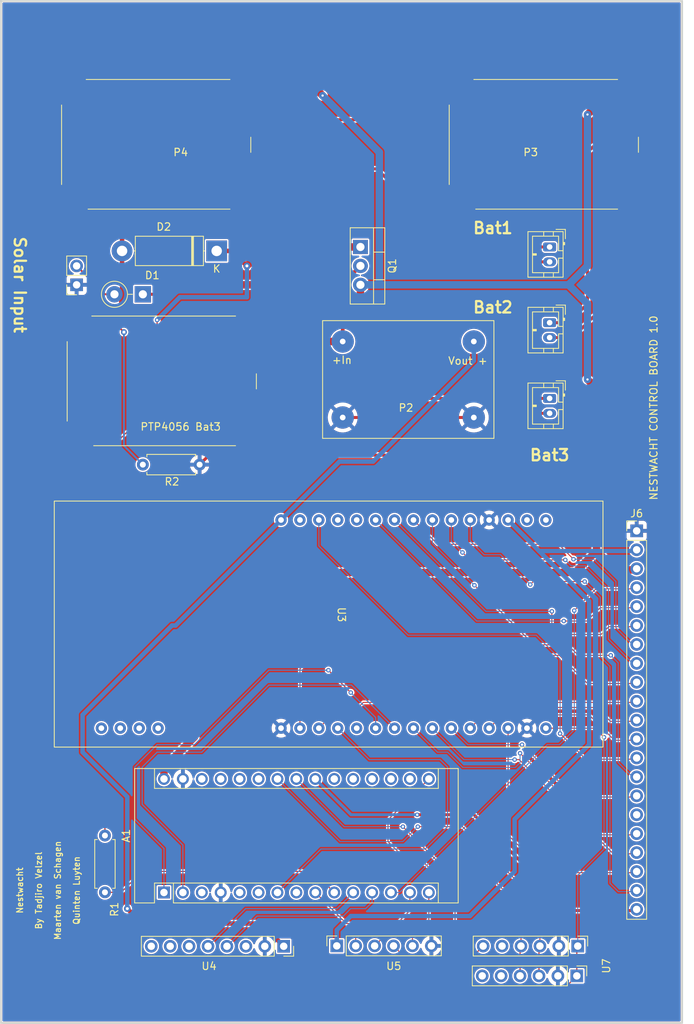
<source format=kicad_pcb>
(kicad_pcb (version 20211014) (generator pcbnew)
  (layers (0 "F.Cu" signal "Front") (31 "B.Cu" signal "Back") (34 "B.Paste" user) (35 "F.Paste" user) (36 "B.SilkS" user "B.Silkscreen") (37 "F.SilkS" user "F.Silkscreen") (38 "B.Mask" user) (39 "F.Mask" user) (44 "Edge.Cuts" user))
  (net 0 "")
  (net 1 "Net-(D1-Pad2)")
  (net 2 "Net-(D1-Pad1)")
  (net 3 "GND")
  (net 4 "/Sensors and microcontrollers/TX_ARD")
  (net 5 "/Sensors and microcontrollers/RX_ARD")
  (net 9 "/Sensors and microcontrollers/INT_OUT_ARD")
  (net 11 "/Sensors and microcontrollers/CS_SD")
  (net 12 "/Sensors and microcontrollers/BOOST")
  (net 13 "/Sensors and microcontrollers/TX_PMS")
  (net 14 "/Sensors and microcontrollers/RX_PMS")
  (net 15 "/Sensors and microcontrollers/LED_EN")
  (net 16 "/Sensors and microcontrollers/MOSI")
  (net 17 "/Sensors and microcontrollers/MISO")
  (net 18 "/Sensors and microcontrollers/CLK")
  (net 24 "/Sensors and microcontrollers/SDA")
  (net 25 "/Sensors and microcontrollers/SCL")
  (net 30 "+5V")
  (net 31 "/Sensors and microcontrollers/Y4_CAM")
  (net 32 "/Sensors and microcontrollers/Y3_CAM")
  (net 33 "/Sensors and microcontrollers/Y5_CAM")
  (net 34 "/Sensors and microcontrollers/Y2_CAM")
  (net 35 "/Sensors and microcontrollers/Y6_CAM")
  (net 36 "/Sensors and microcontrollers/PCLK_CAM")
  (net 37 "/Sensors and microcontrollers/Y7_CAM")
  (net 38 "/Sensors and microcontrollers/Y8_CAM")
  (net 39 "/Sensors and microcontrollers/XCLK_CAM")
  (net 40 "/Sensors and microcontrollers/Y9_CAM")
  (net 41 "/Sensors and microcontrollers/HREF_CAM")
  (net 42 "/Sensors and microcontrollers/PWDN_CAM")
  (net 43 "/Sensors and microcontrollers/VSYNC_CAM")
  (net 44 "/Sensors and microcontrollers/SOIC_CAM")
  (net 45 "/Sensors and microcontrollers/SIOD_CAM")
  (net 46 "Net-(D2-Pad1)")
  (net 53 "/Sensors and microcontrollers/Motion_out")
  (net 56 "Net-(U3-Pad16)")
  (net 65 "/Power Supply/Vbat")
  (net 66 "+3V3")
  (net 67 "/Sensors and microcontrollers/CAM_RST")
  (net 68 "Net-(JBatt1-Pad1)")
  (net 69 "Net-(JBatt1-Pad2)")
  (net 70 "Net-(JBatt3-Pad1)")
  (net 71 "Net-(JBatt3-Pad2)")
  (net 73 "Net-(JBattery2-Pad1)")
  (net 74 "Net-(JBattery2-Pad2)")
  (footprint "Connector_PinSocket_2.54mm:PinSocket_1x02_P2.54mm_Vertical" (layer "F.Cu") (at 76.2 81.28 180)
    (fp_text reference "JSolar1" hide)
    (fp_text value "Conn_01x02_Female")
  )
  (footprint "Diode_THT:D_DO-41_SOD81_P3.81mm_Vertical_KathodeUp" (layer "F.Cu") (at 85.09 82.55 180)
    (fp_text reference "D1")
    (fp_text value "D_Schottky")
  )
  (footprint "components:TP4056breakout" (layer "F.Cu") (at 74.93 102.87)
    (fp_text reference "PTP4056 Bat3")
    (fp_text value "TP4056breakout")
  )
  (footprint "Components:GenericBoostConverter" (layer "F.Cu") (at 109.22 101.885)
    (fp_text reference "P2")
    (fp_text value "GenericBoostConverter")
  )
  (footprint "Resistor_THT:R_Axial_DIN0207_L6.3mm_D2.5mm_P7.62mm_Horizontal" (layer "F.Cu") (at 85.09 105.41)
    (fp_text reference "R2")
    (fp_text value "100k")
  )
  (footprint "Connector_JST:JST_PH_B2B-PH-K_1x02_P2.00mm_Vertical" (layer "F.Cu") (at 139.7 96.52 -90)
    (fp_text reference "JBatt3" hide)
    (fp_text value "Batt1")
  )
  (footprint "Package_TO_SOT_THT:TO-220-3_Vertical" (layer "F.Cu") (at 114.3 76.2 -90)
    (fp_text reference "Q1")
    (fp_text value "Q_PMOS_GSD")
  )
  (footprint "Connector_PinHeader_2.54mm:PinHeader_1x06_P2.54mm_Vertical" (layer "F.Cu") (at 143.35 174.025 -90)
    (fp_text reference "U6" hide)
    (fp_text value "BME280Breakout")
  )
  (footprint "Resistor_THT:R_Axial_DIN0207_L6.3mm_D2.5mm_P7.62mm_Horizontal" (layer "F.Cu") (at 80 162.81 90)
    (fp_text reference "R1")
    (fp_text value "-")
  )
  (footprint "Diode_THT:D_5W_P12.70mm_Horizontal" (layer "F.Cu") (at 95 76.73 180)
    (fp_text reference "D2")
    (fp_text value "D")
  )
  (footprint "Connector_PinSocket_2.54mm:PinSocket_1x08_P2.54mm_Vertical" (layer "F.Cu") (at 104 170.05 -90)
    (fp_text reference "U4")
    (fp_text value "PMS5003")
  )
  (footprint "Connector_JST:JST_PH_B2B-PH-K_1x02_P2.00mm_Vertical" (layer "F.Cu") (at 139.7 76.2 -90)
    (fp_text reference "JBattery2" hide)
    (fp_text value "JBatt2")
  )
  (footprint "Module:Arduino_Nano" (layer "F.Cu") (at 87.925 162.835 90)
    (fp_text reference "A1")
    (fp_text value "Arduino_Nano_v3.x")
  )
  (footprint "components:TP4056breakout" (layer "F.Cu") (at 74.18 71.12)
    (fp_text reference "P4")
    (fp_text value "TP4056breakout")
  )
  (footprint "Connector_PinHeader_2.54mm:PinHeader_1x21_P2.54mm_Vertical" (layer "F.Cu") (at 151.384 114.3)
    (fp_text reference "J6")
    (fp_text value "Conn_01x21_Female")
  )
  (footprint "Connector_PinHeader_2.54mm:PinHeader_1x06_P2.54mm_Vertical" (layer "F.Cu") (at 143.475 170.025 -90)
    (fp_text reference "U7")
    (fp_text value "BME280Breakout")
  )
  (footprint "Connector_PinSocket_2.54mm:PinSocket_1x06_P2.54mm_Vertical" (layer "F.Cu") (at 111.125 170 90)
    (fp_text reference "U5")
    (fp_text value "SD-card-reader")
  )
  (footprint "components:TP4056breakout" (layer "F.Cu") (at 126.22 71.12)
    (fp_text reference "P3")
    (fp_text value "TP4056breakout")
  )
  (footprint "components:Lilygo_T_PCIE" (layer "F.Cu") (at 113.84 125.54 -90)
    (fp_text reference "U3")
    (fp_text value "ESP32-LilyGo-T_PCIE")
  )
  (footprint "Connector_JST:JST_PH_B2B-PH-K_1x02_P2.00mm_Vertical" (layer "F.Cu") (at 139.7 86.36 -90)
    (fp_text reference "JBatt1" hide)
    (fp_text value "Batt3")
  )
  (gr_rect (start 66.04 43.18) (end 157.48 180.34) (layer "Edge.Cuts") (width 0.254) (fill none))
  (gr_text "By Tadjiro Velzel" (at 71.12 162.56 90) (layer "F.SilkS") (effects (font (size 0.8128 0.8128) (thickness 0.1524))))
  (gr_text "Bat3\n" (at 139.7 104.14) (layer "F.SilkS") (effects (font (size 1.524 1.524) (thickness 0.3048))))
  (gr_text "Nestwacht" (at 68.58 162.56 90) (layer "F.SilkS") (effects (font (size 0.8128 0.8128) (thickness 0.1524))))
  (gr_text "NESTWACHT CONTROL BOARD 1.0" (at 153.67 97.79 90) (layer "F.SilkS") (effects (font (size 1 1))))
  (gr_text "Maarten van Schagen\n" (at 73.66 162.56 90) (layer "F.SilkS") (effects (font (size 0.8128 0.8128) (thickness 0.1524))))
  (gr_text "Bat1" (at 132.08 73.66) (layer "F.SilkS") (effects (font (size 1.524 1.524) (thickness 0.3048))))
  (gr_text "Quinten Luyten\n" (at 76.2 162.56 90) (layer "F.SilkS") (effects (font (size 0.8128 0.8128) (thickness 0.1524))))
  (gr_text "Solar Input" (at 68.58 81.28 270) (layer "F.SilkS") (effects (font (size 1.524 1.524) (thickness 0.3048))))
  (gr_text "Bat2" (at 132.08 84.3) (layer "F.SilkS") (effects (font (size 1.524 1.524) (thickness 0.3048))))
  (segment (start 82.39 83.95) (end 82.39 82.55) (width 1) (layer "F.Cu") (net 1))
  (segment (start 80.63 85.71) (end 82.55 87.63) (width 0.25) (layer "F.Cu") (net 1))
  (segment (start 82.3 61.84) (end 75.18 54.72) (width 0.6) (layer "F.Cu") (net 1))
  (segment (start 82.3 76.73) (end 82.3 61.84) (width 0.6) (layer "F.Cu") (net 1))
  (segment (start 79.87 86.47) (end 80.63 85.71) (width 1) (layer "F.Cu") (net 1))
  (segment (start 123.3 50.8) (end 127.22 54.72) (width 0.6) (layer "F.Cu") (net 1))
  (segment (start 79.87 86.47) (end 75.93 86.47) (width 1) (layer "F.Cu") (net 1))
  (segment (start 82.3 61.84) (end 82.3 57.4) (width 0.6) (layer "F.Cu") (net 1))
  (segment (start 88.9 50.8) (end 123.3 50.8) (width 0.6) (layer "F.Cu") (net 1))
  (segment (start 82.39 82.55) (end 80.01 82.55) (width 0.25) (layer "F.Cu") (net 1))
  (segment (start 82.3 76.73) (end 82.3 82.46) (width 0.6) (layer "F.Cu") (net 1))
  (segment (start 82.3 57.4) (end 88.9 50.8) (width 0.6) (layer "F.Cu") (net 1))
  (segment (start 80.01 82.55) (end 76.2 78.74) (width 0.25) (layer "F.Cu") (net 1))
  (segment (start 80.63 85.71) (end 82.39 83.95) (width 1) (layer "F.Cu") (net 1))
  (via (at 82.55 87.63) (size 0.8) (drill 0.4) (layers "F.Cu" "B.Cu") (net 1))
  (segment (start 85.09 105.41) (end 83.82 104.14) (width 0.25) (layer "B.Cu") (net 1))
  (segment (start 82.55 102.87) (end 82.55 87.63) (width 0.25) (layer "B.Cu") (net 1))
  (segment (start 83.82 104.14) (end 82.55 102.87) (width 0.25) (layer "B.Cu") (net 1))
  (segment (start 109.205 88.885) (end 101.6 81.28) (width 1) (layer "F.Cu") (net 2))
  (segment (start 111.92 88.885) (end 109.205 88.885) (width 1) (layer "F.Cu") (net 2))
  (segment (start 101.6 81.28) (end 88.9 81.28) (width 1) (layer "F.Cu") (net 2))
  (segment (start 114.3 78.74) (end 111.92 81.12) (width 0.5) (layer "F.Cu") (net 2))
  (segment (start 111.92 81.12) (end 111.92 88.885) (width 0.5) (layer "F.Cu") (net 2))
  (segment (start 85.09 82.55) (end 87.63 82.55) (width 0.4) (layer "F.Cu") (net 2))
  (segment (start 87.63 82.55) (end 88.9 81.28) (width 0.4) (layer "F.Cu") (net 2))
  (segment (start 96.25 101.87) (end 92.71 105.41) (width 0.4) (layer "F.Cu") (net 3))
  (segment (start 73.66 81.28) (end 71.12 83.82) (width 0.4) (layer "F.Cu") (net 3))
  (segment (start 76.2 81.28) (end 73.66 81.28) (width 0.4) (layer "F.Cu") (net 3))
  (segment (start 100.03 101.87) (end 96.25 101.87) (width 0.4) (layer "F.Cu") (net 3))
  (segment (start 71.12 97.06) (end 75.93 101.87) (width 0.4) (layer "F.Cu") (net 3))
  (segment (start 71.12 83.82) (end 71.12 97.06) (width 0.4) (layer "F.Cu") (net 3))
  (segment (start 111.92 99.085) (end 129.52 99.085) (width 0.4) (layer "F.Cu") (net 3))
  (segment (start 73.66 81.28) (end 73.66 71.64) (width 0.4) (layer "F.Cu") (net 3))
  (segment (start 73.66 71.64) (end 75.18 70.12) (width 0.4) (layer "F.Cu") (net 3))
  (segment (start 105.595 105.41) (end 111.92 99.085) (width 0.4) (layer "B.Cu") (net 3))
  (segment (start 92.71 105.41) (end 105.595 105.41) (width 0.4) (layer "B.Cu") (net 3))
  (segment (start 110 133) (end 113 136) (width 0.15) (layer "F.Cu") (net 4))
  (via (at 110 133) (size 0.6) (drill 0.3) (layers "F.Cu" "B.Cu") (net 4))
  (via (at 113 136) (size 0.6) (drill 0.3) (layers "F.Cu" "B.Cu") (net 4))
  (segment (start 102 133) (end 110 133) (width 0.15) (layer "B.Cu") (net 4))
  (segment (start 113 136) (end 116.34 139.34) (width 0.15) (layer "B.Cu") (net 4))
  (segment (start 87 143) (end 91 143) (width 0.15) (layer "B.Cu") (net 4))
  (segment (start 84 146) (end 87 143) (width 0.15) (layer "B.Cu") (net 4))
  (segment (start 92 143) (end 102 133) (width 0.15) (layer "B.Cu") (net 4))
  (segment (start 116.34 139.34) (end 116.34 140.78) (width 0.15) (layer "B.Cu") (net 4))
  (segment (start 84 153) (end 84 146) (width 0.15) (layer "B.Cu") (net 4))
  (segment (start 87.925 162.835) (end 87.925 156.925) (width 0.15) (layer "B.Cu") (net 4))
  (segment (start 87.925 156.925) (end 84 153) (width 0.15) (layer "B.Cu") (net 4))
  (segment (start 91 143) (end 92 143) (width 0.15) (layer "B.Cu") (net 4))
  (segment (start 93 144) (end 102 135) (width 0.15) (layer "B.Cu") (net 5))
  (segment (start 113.1 135) (end 118.88 140.78) (width 0.15) (layer "B.Cu") (net 5))
  (segment (start 102 135) (end 113.1 135) (width 0.15) (layer "B.Cu") (net 5))
  (segment (start 85 146) (end 87 144) (width 0.15) (layer "B.Cu") (net 5))
  (segment (start 85 151) (end 85 146) (width 0.15) (layer "B.Cu") (net 5))
  (segment (start 90.465 162.835) (end 90.465 156.465) (width 0.15) (layer "B.Cu") (net 5))
  (segment (start 90.465 156.465) (end 85 151) (width 0.15) (layer "B.Cu") (net 5))
  (segment (start 87 144) (end 93 144) (width 0.15) (layer "B.Cu") (net 5))
  (segment (start 109 157) (end 103.165 162.835) (width 0.15) (layer "B.Cu") (net 9))
  (segment (start 119 157) (end 109 157) (width 0.15) (layer "B.Cu") (net 9))
  (segment (start 126 154) (end 126 150) (width 0.15) (layer "B.Cu") (net 9))
  (segment (start 111.26 140.78) (end 115.48 145) (width 0.15) (layer "B.Cu") (net 9))
  (segment (start 115.48 145) (end 125 145) (width 0.15) (layer "B.Cu") (net 9))
  (segment (start 126 146) (end 126 150) (width 0.15) (layer "B.Cu") (net 9))
  (segment (start 123 157) (end 126 154) (width 0.15) (layer "B.Cu") (net 9))
  (segment (start 119 157) (end 123 157) (width 0.15) (layer "B.Cu") (net 9))
  (segment (start 125 145) (end 126 146) (width 0.15) (layer "B.Cu") (net 9))
  (segment (start 113.665 167.665) (end 113 167) (width 0.127) (layer "F.Cu") (net 11))
  (segment (start 112.41 167) (end 108.245 162.835) (width 0.127) (layer "F.Cu") (net 11))
  (segment (start 113 167) (end 112.41 167) (width 0.127) (layer "F.Cu") (net 11))
  (segment (start 113.665 170) (end 113.665 167.665) (width 0.127) (layer "F.Cu") (net 11))
  (segment (start 80 162.81) (end 82.19 162.81) (width 0.15) (layer "F.Cu") (net 12))
  (segment (start 82.19 162.81) (end 85 160) (width 0.15) (layer "F.Cu") (net 12))
  (segment (start 107.95 160) (end 110.785 162.835) (width 0.15) (layer "F.Cu") (net 12))
  (segment (start 85 160) (end 107.95 160) (width 0.15) (layer "F.Cu") (net 12))
  (segment (start 111.16 165) (end 98.89 165) (width 0.15) (layer "B.Cu") (net 13))
  (segment (start 98.89 165) (end 93.84 170.05) (width 0.15) (layer "B.Cu") (net 13))
  (segment (start 113.325 162.835) (end 111.16 165) (width 0.15) (layer "B.Cu") (net 13))
  (segment (start 115 165) (end 115.865 164.135) (width 0.15) (layer "B.Cu") (net 14))
  (segment (start 112 166) (end 113 165) (width 0.15) (layer "B.Cu") (net 14))
  (segment (start 113 165) (end 115 165) (width 0.15) (layer "B.Cu") (net 14))
  (segment (start 100.43 166) (end 112 166) (width 0.15) (layer "B.Cu") (net 14))
  (segment (start 115.865 164.135) (end 115.865 162.835) (width 0.15) (layer "B.Cu") (net 14))
  (segment (start 96.38 170.05) (end 100.43 166) (width 0.15) (layer "B.Cu") (net 14))
  (segment (start 143 125) (end 145.92 122.08) (width 0.127) (layer "F.Cu") (net 15))
  (segment (start 145.92 122.08) (end 151 122.08) (width 0.127) (layer "F.Cu") (net 15))
  (via (at 143 125) (size 0.6) (drill 0.3) (layers "F.Cu" "B.Cu") (net 15))
  (segment (start 141 143) (end 143 141) (width 0.127) (layer "B.Cu") (net 15))
  (segment (start 118.405 162.835) (end 119.53637 162.835) (width 0.127) (layer "B.Cu") (net 15))
  (segment (start 139.37137 143) (end 141 143) (width 0.127) (layer "B.Cu") (net 15))
  (segment (start 119.53637 162.835) (end 139.37137 143) (width 0.127) (layer "B.Cu") (net 15))
  (segment (start 143 141) (end 143 125) (width 0.127) (layer "B.Cu") (net 15))
  (segment (start 116.205 170) (end 120.945 165.26) (width 0.127) (layer "F.Cu") (net 16))
  (segment (start 120.945 165.26) (end 120.945 162.835) (width 0.127) (layer "F.Cu") (net 16))
  (segment (start 123.485 166.515) (end 123.485 162.835) (width 0.127) (layer "F.Cu") (net 17))
  (segment (start 121.285 168.715) (end 123.485 166.515) (width 0.127) (layer "F.Cu") (net 17))
  (segment (start 121.285 170) (end 121.285 168.715) (width 0.127) (layer "F.Cu") (net 17))
  (segment (start 118.745 170) (end 121.745 173) (width 0.127) (layer "F.Cu") (net 18))
  (segment (start 123 159) (end 127 163) (width 0.127) (layer "F.Cu") (net 18))
  (segment (start 121 159) (end 123 159) (width 0.127) (layer "F.Cu") (net 18))
  (segment (start 123.485 147.595) (end 118 153.08) (width 0.127) (layer "F.Cu") (net 18))
  (segment (start 118 156) (end 121 159) (width 0.127) (layer "F.Cu") (net 18))
  (segment (start 121.745 173) (end 126 173) (width 0.127) (layer "F.Cu") (net 18))
  (segment (start 126 173) (end 127 172) (width 0.127) (layer "F.Cu") (net 18))
  (segment (start 127 163) (end 127 172) (width 0.127) (layer "F.Cu") (net 18))
  (segment (start 118 153.08) (end 118 156) (width 0.127) (layer "F.Cu") (net 18))
  (segment (start 135.855 164.855) (end 135.855 170.025) (width 0.127) (layer "F.Cu") (net 24))
  (segment (start 135.73 170.15) (end 135.855 170.025) (width 0.15) (layer "F.Cu") (net 24))
  (segment (start 125 159) (end 130 159) (width 0.127) (layer "F.Cu") (net 24))
  (segment (start 135.73 174.025) (end 135.73 170.15) (width 0.15) (layer "F.Cu") (net 24))
  (segment (start 130 159) (end 135.855 164.855) (width 0.127) (layer "F.Cu") (net 24))
  (segment (start 120 154) (end 125 159) (width 0.127) (layer "F.Cu") (net 24))
  (via (at 120 154) (size 0.6) (drill 0.3) (layers "F.Cu" "B.Cu") (net 24))
  (segment (start 105.705 147.595) (end 112.11 154) (width 0.127) (layer "B.Cu") (net 24))
  (segment (start 112.11 154) (end 120 154) (width 0.127) (layer "B.Cu") (net 24))
  (segment (start 138.27 174.025) (end 138.27 170.15) (width 0.15) (layer "F.Cu") (net 25))
  (segment (start 138.395 164.395) (end 138.395 170.025) (width 0.127) (layer "F.Cu") (net 25))
  (segment (start 122 154) (end 128 154) (width 0.127) (layer "F.Cu") (net 25))
  (segment (start 138.27 170.15) (end 138.395 170.025) (width 0.15) (layer "F.Cu") (net 25))
  (segment (start 128 154) (end 138.395 164.395) (width 0.127) (layer "F.Cu") (net 25))
  (via (at 122 154) (size 0.6) (drill 0.3) (layers "F.Cu" "B.Cu") (net 25))
  (segment (start 111.57 156) (end 112 156) (width 0.127) (layer "B.Cu") (net 25))
  (segment (start 103.165 147.595) (end 111.57 156) (width 0.127) (layer "B.Cu") (net 25))
  (segment (start 112 156) (end 120 156) (width 0.127) (layer "B.Cu") (net 25))
  (segment (start 120 156) (end 122 154) (width 0.127) (layer "B.Cu") (net 25))
  (segment (start 87 167) (end 85 167) (width 0.6) (layer "F.Cu") (net 30))
  (segment (start 85 167) (end 83 165) (width 0.6) (layer "F.Cu") (net 30))
  (segment (start 104 170.05) (end 100.95 167) (width 0.6) (layer "F.Cu") (net 30))
  (segment (start 100.95 167) (end 87 167) (width 0.6) (layer "F.Cu") (net 30))
  (via (at 83 165) (size 0.9) (drill 0.4) (layers "F.Cu" "B.Cu") (net 30))
  (segment (start 103.64 112.84) (end 111.48 105) (width 0.6) (layer "B.Cu") (net 30))
  (segment (start 111.48 105) (end 116 105) (width 0.6) (layer "B.Cu") (net 30))
  (segment (start 77 144) (end 77 139) (width 0.6) (layer "B.Cu") (net 30))
  (segment (start 89 127) (end 89.48 127) (width 0.6) (layer "B.Cu") (net 30))
  (segment (start 129.52 91.48) (end 129.52 88.885) (width 0.6) (layer "B.Cu") (net 30))
  (segment (start 77 139) (end 89 127) (width 0.6) (layer "B.Cu") (net 30))
  (segment (start 83 150) (end 77 144) (width 0.6) (layer "B.Cu") (net 30))
  (segment (start 116 105) (end 129.52 91.48) (width 0.6) (layer "B.Cu") (net 30))
  (segment (start 83 165) (end 83 150) (width 0.6) (layer "B.Cu") (net 30))
  (segment (start 89.48 127) (end 103.64 112.84) (width 0.6) (layer "B.Cu") (net 30))
  (segment (start 124.68 116.1) (end 121.42 112.84) (width 0.127) (layer "F.Cu") (net 31))
  (segment (start 142.9 118.1) (end 140.9 116.1) (width 0.127) (layer "F.Cu") (net 31))
  (segment (start 140.9 116.1) (end 124.68 116.1) (width 0.127) (layer "F.Cu") (net 31))
  (via (at 142.9 118.1) (size 0.6) (drill 0.3) (layers "F.Cu" "B.Cu") (net 31))
  (segment (start 151 129.7) (end 148.6 127.3) (width 0.127) (layer "B.Cu") (net 31))
  (segment (start 145.6 118.1) (end 142.9 118.1) (width 0.127) (layer "B.Cu") (net 31))
  (segment (start 148.6 121.1) (end 145.6 118.1) (width 0.127) (layer "B.Cu") (net 31))
  (segment (start 148.6 127.3) (end 148.6 121.1) (width 0.127) (layer "B.Cu") (net 31))
  (segment (start 146.6 128.2) (end 141.1 128.2) (width 0.127) (layer "F.Cu") (net 32))
  (segment (start 140 127.1) (end 140 125.1) (width 0.127) (layer "F.Cu") (net 32))
  (segment (start 141.1 128.2) (end 140 127.1) (width 0.127) (layer "F.Cu") (net 32))
  (segment (start 151 127.16) (end 147.64 127.16) (width 0.127) (layer "F.Cu") (net 32))
  (segment (start 147.64 127.16) (end 146.6 128.2) (width 0.127) (layer "F.Cu") (net 32))
  (via (at 140 125.1) (size 0.6) (drill 0.3) (layers "F.Cu" "B.Cu") (net 32))
  (segment (start 118.88 112.84) (end 131.14 125.1) (width 0.127) (layer "B.Cu") (net 32))
  (segment (start 131.14 125.1) (end 140 125.1) (width 0.127) (layer "B.Cu") (net 32))
  (segment (start 141.8 118.2) (end 129 118.2) (width 0.127) (layer "F.Cu") (net 33))
  (segment (start 129 118.2) (end 128 117.2) (width 0.127) (layer "F.Cu") (net 33))
  (via (at 128 117.2) (size 0.6) (drill 0.3) (layers "F.Cu" "B.Cu") (net 33))
  (via (at 141.8 118.2) (size 0.6) (drill 0.3) (layers "F.Cu" "B.Cu") (net 33))
  (segment (start 151 132.24) (end 147.6 128.84) (width 0.127) (layer "B.Cu") (net 33))
  (segment (start 126.5 115.7) (end 126.5 112.84) (width 0.127) (layer "B.Cu") (net 33))
  (segment (start 147.6 122.1) (end 144.5 119) (width 0.127) (layer "B.Cu") (net 33))
  (segment (start 142.6 119) (end 141.8 118.2) (width 0.127) (layer "B.Cu") (net 33))
  (segment (start 144.5 119) (end 142.6 119) (width 0.127) (layer "B.Cu") (net 33))
  (segment (start 147.6 128.84) (end 147.6 122.1) (width 0.127) (layer "B.Cu") (net 33))
  (segment (start 128 117.2) (end 126.5 115.7) (width 0.127) (layer "B.Cu") (net 33))
  (segment (start 144.7 126.4) (end 146.48 124.62) (width 0.127) (layer "F.Cu") (net 34))
  (segment (start 141.6 126.4) (end 144.7 126.4) (width 0.127) (layer "F.Cu") (net 34))
  (segment (start 146.48 124.62) (end 151 124.62) (width 0.127) (layer "F.Cu") (net 34))
  (via (at 141.6 126.4) (size 0.6) (drill 0.3) (layers "F.Cu" "B.Cu") (net 34))
  (segment (start 129.9 126.4) (end 141.6 126.4) (width 0.127) (layer "B.Cu") (net 34))
  (segment (start 116.34 112.84) (end 129.9 126.4) (width 0.127) (layer "B.Cu") (net 34))
  (segment (start 151 134.78) (end 144.78 134.78) (width 0.127) (layer "F.Cu") (net 35))
  (segment (start 141 131) (end 108 131) (width 0.127) (layer "F.Cu") (net 35))
  (segment (start 108 131) (end 106.18 132.82) (width 0.127) (layer "F.Cu") (net 35))
  (segment (start 106.18 132.82) (end 106.18 140.78) (width 0.127) (layer "F.Cu") (net 35))
  (segment (start 144.78 134.78) (end 141 131) (width 0.127) (layer "F.Cu") (net 35))
  (segment (start 137.5 121.1) (end 137.1 121.5) (width 0.127) (layer "F.Cu") (net 36))
  (segment (start 144.4 121.1) (end 137.5 121.1) (width 0.127) (layer "F.Cu") (net 36))
  (via (at 144.4 121.1) (size 0.6) (drill 0.3) (layers "F.Cu" "B.Cu") (net 36))
  (via (at 137.1 121.5) (size 0.6) (drill 0.3) (layers "F.Cu" "B.Cu") (net 36))
  (segment (start 151 162.72) (end 148.92 162.72) (width 0.127) (layer "B.Cu") (net 36))
  (segment (start 146.5 125.1) (end 146.5 123.2) (width 0.127) (layer "B.Cu") (net 36))
  (segment (start 147.8 132.5) (end 146.5 131.2) (width 0.127) (layer "B.Cu") (net 36))
  (segment (start 130.9 117.5) (end 129.04 115.64) (width 0.127) (layer "B.Cu") (net 36))
  (segment (start 146.5 123.2) (end 144.4 121.1) (width 0.127) (layer "B.Cu") (net 36))
  (segment (start 133.1 117.5) (end 130.9 117.5) (width 0.127) (layer "B.Cu") (net 36))
  (segment (start 148.92 162.72) (end 148.4 162.2) (width 0.127) (layer "B.Cu") (net 36))
  (segment (start 146.5 131.2) (end 146.5 125.1) (width 0.127) (layer "B.Cu") (net 36))
  (segment (start 148.4 162.2) (end 147.8 161.6) (width 0.127) (layer "B.Cu") (net 36))
  (segment (start 129.04 115.64) (end 129.04 112.84) (width 0.127) (layer "B.Cu") (net 36))
  (segment (start 137.1 121.5) (end 133.1 117.5) (width 0.127) (layer "B.Cu") (net 36))
  (segment (start 147.8 161.6) (end 147.8 132.5) (width 0.127) (layer "B.Cu") (net 36))
  (segment (start 114.68 137.32) (end 151 137.32) (width 0.127) (layer "F.Cu") (net 37))
  (segment (start 114 138) (end 114.68 137.32) (width 0.127) (layer "F.Cu") (net 37))
  (segment (start 111.5 138) (end 114 138) (width 0.127) (layer "F.Cu") (net 37))
  (segment (start 108.72 140.78) (end 111.5 138) (width 0.127) (layer "F.Cu") (net 37))
  (segment (start 146 138) (end 131.82 138) (width 0.127) (layer "F.Cu") (net 38))
  (segment (start 131.82 138) (end 129.04 140.78) (width 0.127) (layer "F.Cu") (net 38))
  (segment (start 151 139.86) (end 147.86 139.86) (width 0.127) (layer "F.Cu") (net 38))
  (segment (start 147.86 139.86) (end 146 138) (width 0.127) (layer "F.Cu") (net 38))
  (segment (start 151 144.94) (end 144.54 144.94) (width 0.127) (layer "F.Cu") (net 39))
  (segment (start 144.54 144.94) (end 141.1 141.5) (width 0.127) (layer "F.Cu") (net 39))
  (via (at 141.1 141.5) (size 0.6) (drill 0.3) (layers "F.Cu" "B.Cu") (net 39))
  (segment (start 137.9 128.3) (end 120.7 128.3) (width 0.127) (layer "B.Cu") (net 39))
  (segment (start 141.1 141.5) (end 141.1 131.5) (width 0.127) (layer "B.Cu") (net 39))
  (segment (start 120.7 128.3) (end 108.72 116.32) (width 0.127) (layer "B.Cu") (net 39))
  (segment (start 141.1 131.5) (end 137.9 128.3) (width 0.127) (layer "B.Cu") (net 39))
  (segment (start 108.72 116.32) (end 108.72 112.84) (width 0.127) (layer "B.Cu") (net 39))
  (segment (start 133.36 139) (end 145 139) (width 0.127) (layer "F.Cu") (net 40))
  (segment (start 148.4 142.4) (end 151 142.4) (width 0.127) (layer "F.Cu") (net 40))
  (segment (start 145 139) (end 148.4 142.4) (width 0.127) (layer "F.Cu") (net 40))
  (segment (start 131.58 140.78) (end 133.36 139) (width 0.127) (layer "F.Cu") (net 40))
  (segment (start 143.54079 131) (end 142.14079 129.6) (width 0.127) (layer "F.Cu") (net 41))
  (segment (start 137.6 129.6) (end 129.6 121.6) (width 0.127) (layer "F.Cu") (net 41))
  (segment (start 142.14079 129.6) (end 140.2 129.6) (width 0.127) (layer "F.Cu") (net 41))
  (segment (start 147.9 131) (end 143.54079 131) (width 0.127) (layer "F.Cu") (net 41))
  (segment (start 140.2 129.6) (end 137.6 129.6) (width 0.127) (layer "F.Cu") (net 41))
  (via (at 147.9 131) (size 0.6) (drill 0.3) (layers "F.Cu" "B.Cu") (net 41))
  (via (at 129.6 121.6) (size 0.6) (drill 0.3) (layers "F.Cu" "B.Cu") (net 41))
  (segment (start 148.9 132) (end 147.9 131) (width 0.127) (layer "B.Cu") (net 41))
  (segment (start 151 147.48) (end 148.9 145.38) (width 0.127) (layer "B.Cu") (net 41))
  (segment (start 148.9 145.38) (end 148.9 143.9) (width 0.127) (layer "B.Cu") (net 41))
  (segment (start 123.96 115.96) (end 123.96 112.84) (width 0.127) (layer "B.Cu") (net 41))
  (segment (start 129.6 121.6) (end 123.96 115.96) (width 0.127) (layer "B.Cu") (net 41))
  (segment (start 148.9 143.9) (end 148.9 132) (width 0.127) (layer "B.Cu") (net 41))
  (segment (start 134.12 140.78) (end 134.12 155.12) (width 0.127) (layer "F.Cu") (net 42))
  (segment (start 134.12 155.12) (end 139.18 160.18) (width 0.127) (layer "F.Cu") (net 42))
  (segment (start 139.18 160.18) (end 151 160.18) (width 0.127) (layer "F.Cu") (net 42))
  (segment (start 143.02 150.02) (end 151 150.02) (width 0.127) (layer "F.Cu") (net 43))
  (segment (start 136 143) (end 143.02 150.02) (width 0.127) (layer "F.Cu") (net 43))
  (via (at 136 143) (size 0.6) (drill 0.3) (layers "F.Cu" "B.Cu") (net 43))
  (segment (start 128.72 143) (end 136 143) (width 0.127) (layer "B.Cu") (net 43))
  (segment (start 126.5 140.78) (end 128.72 143) (width 0.127) (layer "B.Cu") (net 43))
  (segment (start 146.69 155.1) (end 151 155.1) (width 0.127) (layer "F.Cu") (net 44))
  (segment (start 135.73 144.14) (end 146.69 155.1) (width 0.127) (layer "F.Cu") (net 44))
  (via (at 135.73 144.14) (size 0.6) (drill 0.3) (layers "F.Cu" "B.Cu") (net 44))
  (segment (start 124.64 144) (end 126 144) (width 0.127) (layer "B.Cu") (net 44))
  (segment (start 126 144) (end 128 146) (width 0.127) (layer "B.Cu") (net 44))
  (segment (start 135.1 146.04) (end 135.73 145.41) (width 0.127) (layer "B.Cu") (net 44))
  (segment (start 121.42 140.78) (end 124.64 144) (width 0.127) (layer "B.Cu") (net 44))
  (segment (start 128 146) (end 128.04 146.04) (width 0.127) (layer "B.Cu") (net 44))
  (segment (start 128.04 146.04) (end 135.1 146.04) (width 0.127) (layer "B.Cu") (net 44))
  (segment (start 135.73 145.41) (end 135.73 144.14) (width 0.127) (layer "B.Cu") (net 44))
  (segment (start 148.25 157.64) (end 151 157.64) (width 0.127) (layer "F.Cu") (net 45))
  (segment (start 135 145) (end 135.61 145) (width 0.127) (layer "F.Cu") (net 45))
  (segment (start 135.61 145) (end 148.25 157.64) (width 0.127) (layer "F.Cu") (net 45))
  (via (at 135 145) (size 0.6) (drill 0.3) (layers "F.Cu" "B.Cu") (net 45))
  (segment (start 123.96 140.78) (end 128.18 145) (width 0.127) (layer "B.Cu") (net 45))
  (segment (start 128.18 145) (end 135 145) (width 0.127) (layer "B.Cu") (net 45))
  (segment (start 76 134) (end 81 129) (width 0.15) (layer "F.Cu") (net 46))
  (segment (start 75 146) (end 75 135) (width 0.15) (layer "F.Cu") (net 46))
  (segment (start 75 135) (end 76 134) (width 0.15) (layer "F.Cu") (net 46))
  (segment (start 101.6 76.2) (end 99.06 78.74) (width 1) (layer "F.Cu") (net 46))
  (segment (start 87 97) (end 87 86) (width 0.15) (layer "F.Cu") (net 46))
  (segment (start 81 129) (end 81 104) (width 0.15) (layer "F.Cu") (net 46))
  (segment (start 80 151) (end 75 146) (width 0.15) (layer "F.Cu") (net 46))
  (segment (start 81 104) (end 81 103) (width 0.15) (layer "F.Cu") (net 46))
  (segment (start 80 155.19) (end 80 151) (width 0.15) (layer "F.Cu") (net 46))
  (segment (start 95 76.73) (end 97.05 76.73) (width 0.6) (layer "F.Cu") (net 46))
  (segment (start 97.05 76.73) (end 99.06 78.74) (width 0.6) (layer "F.Cu") (net 46))
  (segment (start 81 103) (end 87 97) (width 0.15) (layer "F.Cu") (net 46))
  (segment (start 114.3 76.2) (end 101.6 76.2) (width 1) (layer "F.Cu") (net 46))
  (via (at 87 86) (size 0.6) (drill 0.3) (layers "F.Cu" "B.Cu") (net 46))
  (via (at 99.06 78.74) (size 0.9) (drill 0.4) (layers "F.Cu" "B.Cu") (net 46))
  (segment (start 90.06 82.94) (end 87 86) (width 0.6) (layer "B.Cu") (net 46))
  (segment (start 99.06 82.94) (end 90.06 82.94) (width 0.6) (layer "B.Cu") (net 46))
  (segment (start 99.06 78.74) (end 99.06 82.94) (width 0.6) (layer "B.Cu") (net 46))
  (segment (start 151 165.26) (end 142.4 165.26) (width 0.4) (layer "F.Cu") (net 53))
  (segment (start 129.54 152.4) (end 121.92 152.4) (width 0.4) (layer "F.Cu") (net 53))
  (segment (start 142.4 165.26) (end 129.54 152.4) (width 0.4) (layer "F.Cu") (net 53))
  (via (at 121.92 152.4) (size 0.6) (drill 0.3) (layers "F.Cu" "B.Cu") (net 53))
  (segment (start 121.92 152.4) (end 113.05 152.4) (width 0.4) (layer "B.Cu") (net 53))
  (segment (start 113.05 152.4) (end 108.245 147.595) (width 0.4) (layer "B.Cu") (net 53))
  (segment (start 128 172.8) (end 128 175) (width 0.15) (layer "F.Cu") (net 56))
  (segment (start 143.35 174.025) (end 143.35 170.15) (width 0.15) (layer "F.Cu") (net 56))
  (segment (start 130.775 170.025) (end 128 172.8) (width 0.15) (layer "F.Cu") (net 56))
  (segment (start 129 176) (end 141.375 176) (width 0.15) (layer "F.Cu") (net 56))
  (segment (start 145.78 140.78) (end 147 142) (width 0.127) (layer "F.Cu") (net 56))
  (segment (start 139.2 140.78) (end 145.78 140.78) (width 0.127) (layer "F.Cu") (net 56))
  (segment (start 128 175) (end 129 176) (width 0.15) (layer "F.Cu") (net 56))
  (segment (start 141.375 176) (end 143.35 174.025) (width 0.15) (layer "F.Cu") (net 56))
  (segment (start 143.35 170.15) (end 143.475 170.025) (width 0.15) (layer "F.Cu") (net 56))
  (via (at 147 142) (size 0.6) (drill 0.3) (layers "F.Cu" "B.Cu") (net 56))
  (segment (start 143.475 160.525) (end 143.475 170.025) (width 0.127) (layer "B.Cu") (net 56))
  (segment (start 147 157) (end 143.475 160.525) (width 0.127) (layer "B.Cu") (net 56))
  (segment (start 147 142) (end 147 157) (width 0.127) (layer "B.Cu") (net 56))
  (segment (start 92 142) (end 92 139) (width 1) (layer "F.Cu") (net 65))
  (segment (start 103.03 86.47) (end 100.03 86.47) (width 1) (layer "F.Cu") (net 65))
  (segment (start 87.925 146.075) (end 92 142) (width 1) (layer "F.Cu") (net 65))
  (segment (start 108.06 54.72) (end 99.28 54.72) (width 1) (layer "F.Cu") (net 65))
  (segment (start 109.22 55.88) (end 108.06 54.72) (width 1) (layer "F.Cu") (net 65))
  (segment (start 148.48 54.72) (end 151.32 54.72) (width 1) (layer "F.Cu") (net 65))
  (segment (start 146 117) (end 148.54 119.54) (width 1) (layer "F.Cu") (net 65))
  (segment (start 111.115 119.885) (end 143.115 119.885) (width 1) (layer "F.Cu") (net 65))
  (segment (start 116.84 91.44) (end 114.3 93.98) (width 1) (layer "F.Cu") (net 65))
  (segment (start 114.3 81.28) (end 114.3 86.36) (width 1) (layer "F.Cu") (net 65))
  (segment (start 116.84 88.9) (end 116.84 91.44) (width 1) (layer "F.Cu") (net 65))
  (segment (start 114.3 93.98) (end 110.54 93.98) (width 1) (layer "F.Cu") (net 65))
  (segment (start 92 139) (end 111.115 119.885) (width 1) (layer "F.Cu") (net 65))
  (segment (start 148.54 119.54) (end 151 119.54) (width 1) (layer "F.Cu") (net 65))
  (segment (start 114.3 86.36) (end 116.84 88.9) (width 1) (layer "F.Cu") (net 65))
  (segment (start 87.925 147.595) (end 87.925 146.075) (width 1) (layer "F.Cu") (net 65))
  (segment (start 143.115 119.885) (end 146 117) (width 1) (layer "F.Cu") (net 65))
  (segment (start 110.54 93.98) (end 103.03 86.47) (width 1) (layer "F.Cu") (net 65))
  (segment (start 144.78 58.42) (end 148.48 54.72) (width 1) (layer "F.Cu") (net 65))
  (segment (start 146 117) (end 146 95.2) (width 1) (layer "F.Cu") (net 65))
  (segment (start 146 95.2) (end 144.78 93.98) (width 1) (layer "F.Cu") (net 65))
  (via (at 109.22 55.88) (size 0.6) (drill 0.3) (layers "F.Cu" "B.Cu") (net 65))
  (via (at 144.78 93.98) (size 0.6) (drill 0.3) (layers "F.Cu" "B.Cu") (net 65))
  (via (at 144.78 58.42) (size 0.6) (drill 0.3) (layers "F.Cu" "B.Cu") (net 65))
  (segment (start 144.78 78.74) (end 144.78 58.42) (width 1) (layer "B.Cu") (net 65))
  (segment (start 144.78 83.82) (end 142.24 81.28) (width 1) (layer "B.Cu") (net 65))
  (segment (start 116.84 63.5) (end 109.22 55.88) (width 1) (layer "B.Cu") (net 65))
  (segment (start 144.78 93.98) (end 144.78 83.82) (width 1) (layer "B.Cu") (net 65))
  (segment (start 116.84 73.66) (end 116.84 63.5) (width 1) (layer "B.Cu") (net 65))
  (segment (start 142.24 81.28) (end 144.78 78.74) (width 1) (layer "B.Cu") (net 65))
  (segment (start 114.3 81.28) (end 142.24 81.28) (width 1) (layer "B.Cu") (net 65))
  (segment (start 116.84 81.28) (end 116.84 73.66) (width 1) (layer "B.Cu") (net 65))
  (segment (start 114.3 81.28) (end 116.84 81.28) (width 1) (layer "B.Cu") (net 65))
  (segment (start 129 166) (end 135 160) (width 0.6) (layer "B.Cu") (net 66))
  (segment (start 111.125 170) (end 111.125 167.875) (width 0.6) (layer "B.Cu") (net 66))
  (segment (start 113 166) (end 129 166) (width 0.6) (layer "B.Cu") (net 66))
  (segment (start 138.28 117) (end 151 117) (width 0.6) (layer "B.Cu") (net 66))
  (segment (start 145 123.72) (end 138.28 117) (width 0.6) (layer "B.Cu") (net 66))
  (segment (start 134.12 112.84) (end 138.28 117) (width 0.6) (layer "B.Cu") (net 66))
  (segment (start 135 153) (end 145 143) (width 0.6) (layer "B.Cu") (net 66))
  (segment (start 135 160) (end 135 153) (width 0.6) (layer "B.Cu") (net 66))
  (segment (start 145 143) (end 145 123.72) (width 0.6) (layer "B.Cu") (net 66))
  (segment (start 111.125 167.875) (end 113 166) (width 0.6) (layer "B.Cu") (net 66))
  (segment (start 139.7 86.36) (end 142.24 86.36) (width 0.4) (layer "F.Cu") (net 68))
  (segment (start 144.78 83.82) (end 144.78 63.5) (width 0.4) (layer "F.Cu") (net 68))
  (segment (start 149.16 59.12) (end 151.32 59.12) (width 0.4) (layer "F.Cu") (net 68))
  (segment (start 142.24 86.36) (end 144.78 83.82) (width 0.4) (layer "F.Cu") (net 68))
  (segment (start 144.78 63.5) (end 149.16 59.12) (width 0.4) (layer "F.Cu") (net 68))
  (segment (start 150.18 65.72) (end 151.32 65.72) (width 0.4) (layer "F.Cu") (net 69))
  (segment (start 147.32 68.58) (end 150.18 65.72) (width 0.4) (layer "F.Cu") (net 69))
  (segment (start 139.7 88.36) (end 142.78 88.36) (width 0.4) (layer "F.Cu") (net 69))
  (segment (start 147.32 83.82) (end 147.32 68.58) (width 0.4) (layer "F.Cu") (net 69))
  (segment (start 142.78 88.36) (end 147.32 83.82) (width 0.4) (layer "F.Cu") (net 69))
  (segment (start 103.57 90.87) (end 109.22 96.52) (width 0.4) (layer "F.Cu") (net 70))
  (segment (start 100.03 90.87) (end 103.57 90.87) (width 0.4) (layer "F.Cu") (net 70))
  (segment (start 109.22 96.52) (end 139.7 96.52) (width 0.4) (layer "F.Cu") (net 70))
  (segment (start 109.22 104.14) (end 102.55 97.47) (width 0.4) (layer "F.Cu") (net 71))
  (segment (start 139.7 98.52) (end 137.7 98.52) (width 0.4) (layer "F.Cu") (net 71))
  (segment (start 132.08 104.14) (end 109.22 104.14) (width 0.4) (layer "F.Cu") (net 71))
  (segment (start 102.55 97.47) (end 100.03 97.47) (width 0.4) (layer "F.Cu") (net 71))
  (segment (start 137.7 98.52) (end 132.08 104.14) (width 0.4) (layer "F.Cu") (net 71))
  (segment (start 121.92 73.66) (end 121.92 63.5) (width 0.4) (layer "F.Cu") (net 73))
  (segment (start 121.92 63.5) (end 117.54 59.12) (width 0.4) (layer "F.Cu") (net 73))
  (segment (start 124.46 76.2) (end 121.92 73.66) (width 0.4) (layer "F.Cu") (net 73))
  (segment (start 139.7 76.2) (end 124.46 76.2) (width 0.4) (layer "F.Cu") (net 73))
  (segment (start 117.54 59.12) (end 99.28 59.12) (width 0.4) (layer "F.Cu") (net 73))
  (segment (start 119.38 68.58) (end 116.52 65.72) (width 0.4) (layer "F.Cu") (net 74))
  (segment (start 119.38 73.66) (end 119.38 68.58) (width 0.4) (layer "F.Cu") (net 74))
  (segment (start 139.7 78.2) (end 123.92 78.2) (width 0.4) (layer "F.Cu") (net 74))
  (segment (start 123.92 78.2) (end 119.38 73.66) (width 0.4) (layer "F.Cu") (net 74))
  (segment (start 116.52 65.72) (end 99.28 65.72) (width 0.4) (layer "F.Cu") (net 74))
  (zone (net 3) (net_name "GND") (layer "F.Cu") (connect_pads (clearance 0.2)) (min_thickness 0.254) (fill yes (thermal_gap 0.508) (thermal_bridge_width 0.508))
    (polygon (pts (xy 157.48 180.34) (xy 66.04 180.34) (xy 66.04 43.18) (xy 157.48 43.18)))
  )
  (zone (net 3) (net_name "GND") (layer "B.Cu") (connect_pads (clearance 0.2)) (min_thickness 0.254) (fill yes (thermal_gap 0.508) (thermal_bridge_width 0.508))
    (polygon (pts (xy 157.48 180.34) (xy 66.04 180.34) (xy 66.04 43.18) (xy 157.48 43.18)))
  )
)
</source>
